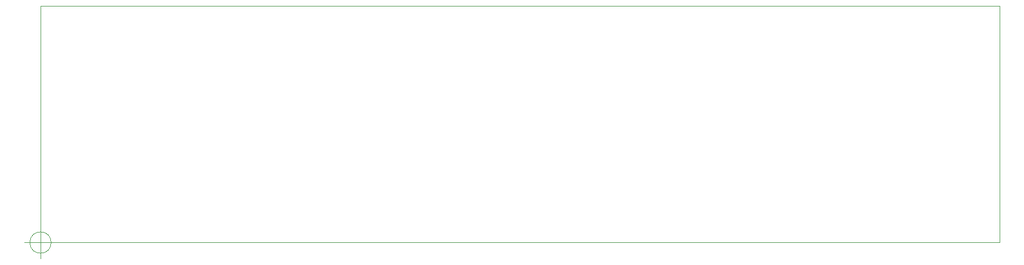
<source format=gm1>
%TF.GenerationSoftware,KiCad,Pcbnew,5.1.6+dfsg1-1~bpo10+1*%
%TF.CreationDate,2020-07-04T22:20:21+02:00*%
%TF.ProjectId,Model-M-USB,4d6f6465-6c2d-44d2-9d55-53422e6b6963,rev?*%
%TF.SameCoordinates,Original*%
%TF.FileFunction,Profile,NP*%
%FSLAX46Y46*%
G04 Gerber Fmt 4.6, Leading zero omitted, Abs format (unit mm)*
G04 Created by KiCad (PCBNEW 5.1.6+dfsg1-1~bpo10+1) date 2020-07-04 22:20:21*
%MOMM*%
%LPD*%
G01*
G04 APERTURE LIST*
%TA.AperFunction,Profile*%
%ADD10C,0.050000*%
%TD*%
G04 APERTURE END LIST*
D10*
X40000000Y-60000000D02*
X40000000Y-97000000D01*
X190000000Y-60000000D02*
X40000000Y-60000000D01*
X190000000Y-97000000D02*
X190000000Y-60000000D01*
X40000000Y-97000000D02*
X190000000Y-97000000D01*
X41666666Y-97000000D02*
G75*
G03*
X41666666Y-97000000I-1666666J0D01*
G01*
X37500000Y-97000000D02*
X42500000Y-97000000D01*
X40000000Y-94500000D02*
X40000000Y-99500000D01*
M02*

</source>
